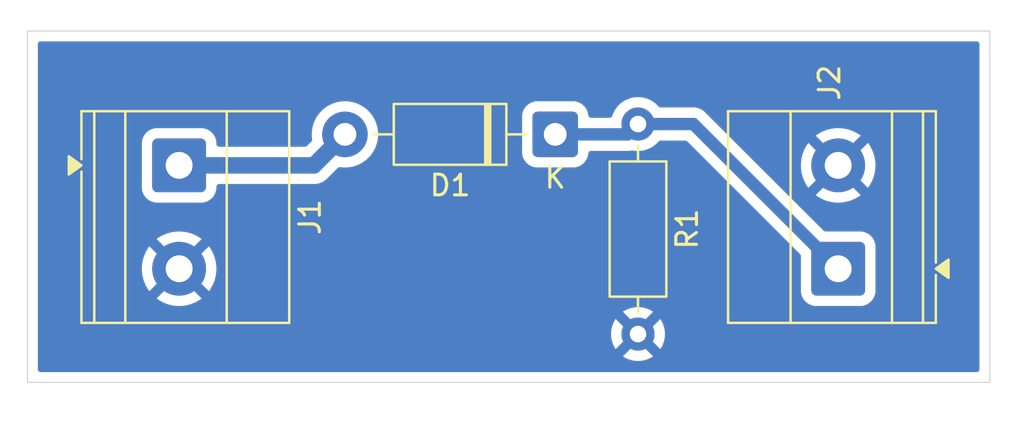
<source format=kicad_pcb>
(kicad_pcb (version 20241229) (generator "pcbnew") (generator_version "9.0")
  (layers (0 "F.Cu" signal) (2 "B.Cu" signal) (13 "F.Paste" user) (15 "B.Paste" user) (5 "F.SilkS" user "F.Silkscreen") (7 "B.SilkS" user "B.Silkscreen") (1 "F.Mask" user) (3 "B.Mask" user) (25 "Edge.Cuts" user))
  (net 0 "")
  (net 1 "Net-(D1-A)")
  (net 2 "GND")
  (net 3 "Net-(D1-K)")
  (footprint "TerminalBlock_Phoenix:TerminalBlock_Phoenix_MKDS-1,5-2_1x02_P5.00mm_Horizontal" (layer "F.Cu") (at 192.5775 149.5 -90)
    (property "Reference" "J1" (at 2.5 -6.32 90) (layer "F.SilkS"))
    (property "Value" "Input")
    (fp_line (start -2.62 4.72) (end -0.3 4.72) (stroke (width 0.12)) (layer "F.SilkS"))
    (fp_line (start 0.3 4.72) (end 7.62 4.72) (stroke (width 0.12)) (layer "F.SilkS"))
    (fp_line (start -2.62 4.1) (end 7.62 4.1) (stroke (width 0.12)) (layer "F.SilkS"))
    (fp_line (start -2.62 2.6) (end 7.62 2.6) (stroke (width 0.12)) (layer "F.SilkS"))
    (fp_line (start -2.62 -2.3) (end 7.62 -2.3) (stroke (width 0.12)) (layer "F.SilkS"))
    (fp_line (start -2.62 -5.32) (end -2.62 4.72) (stroke (width 0.12)) (layer "F.SilkS"))
    (fp_line (start -2.62 -5.32) (end 7.62 -5.32) (stroke (width 0.12)) (layer "F.SilkS"))
    (fp_line (start 7.62 -5.32) (end 7.62 4.72) (stroke (width 0.12)) (layer "F.SilkS"))
    (fp_poly (pts (xy 0 4.72) (xy 0.44 5.33) (xy -0.44 5.33)) (stroke (width 0.12)) (fill yes) (layer "F.SilkS"))
    (pad "1" thru_hole roundrect (at 0 0 270) (size 2.6 2.6) (drill 1.3) (layers "*.Cu" "*.Mask") (roundrect_rratio 0.096154) (net 1 "Net-(D1-A)"))
    (pad "2" thru_hole circle (at 5 0 270) (size 2.6 2.6) (drill 1.3) (layers "*.Cu" "*.Mask") (net 2 "GND"))
  )
  (footprint "TerminalBlock_Phoenix:TerminalBlock_Phoenix_MKDS-1,5-2_1x02_P5.00mm_Horizontal" (layer "F.Cu") (at 224.4225 154.5 90)
    (property "Reference" "J2" (at 9 -0.4225 90) (layer "F.SilkS"))
    (property "Value" "Output")
    (fp_line (start 7.62 -5.32) (end 7.62 4.72) (stroke (width 0.12)) (layer "F.SilkS"))
    (fp_line (start -2.62 -5.32) (end 7.62 -5.32) (stroke (width 0.12)) (layer "F.SilkS"))
    (fp_line (start -2.62 -5.32) (end -2.62 4.72) (stroke (width 0.12)) (layer "F.SilkS"))
    (fp_line (start -2.62 -2.3) (end 7.62 -2.3) (stroke (width 0.12)) (layer "F.SilkS"))
    (fp_line (start -2.62 2.6) (end 7.62 2.6) (stroke (width 0.12)) (layer "F.SilkS"))
    (fp_line (start -2.62 4.1) (end 7.62 4.1) (stroke (width 0.12)) (layer "F.SilkS"))
    (fp_line (start 0.3 4.72) (end 7.62 4.72) (stroke (width 0.12)) (layer "F.SilkS"))
    (fp_line (start -2.62 4.72) (end -0.3 4.72) (stroke (width 0.12)) (layer "F.SilkS"))
    (fp_poly (pts (xy 0 4.72) (xy 0.44 5.33) (xy -0.44 5.33)) (stroke (width 0.12)) (fill yes) (layer "F.SilkS"))
    (pad "1" thru_hole roundrect (at 0 0 90) (size 2.6 2.6) (drill 1.3) (layers "*.Cu" "*.Mask") (roundrect_rratio 0.096154) (net 3 "Net-(D1-K)"))
    (pad "2" thru_hole circle (at 5 0 90) (size 2.6 2.6) (drill 1.3) (layers "*.Cu" "*.Mask") (net 2 "GND"))
  )
  (footprint "Resistor_THT:R_Axial_DIN0207_L6.3mm_D2.5mm_P10.16mm_Horizontal" (layer "F.Cu") (at 214.75 147.5 -90)
    (property "Reference" "R1" (at 5.08 -2.37 90) (layer "F.SilkS"))
    (property "Value" "1.2K")
    (fp_line (start 1.04 0) (end 1.81 0) (stroke (width 0.12)) (layer "F.SilkS"))
    (fp_line (start 9.12 0) (end 8.35 0) (stroke (width 0.12)) (layer "F.SilkS"))
    (fp_rect (start 1.81 -1.37) (end 8.35 1.37) (stroke (width 0.12)) (fill no) (layer "F.SilkS"))
    (pad "1" thru_hole circle (at 0 0 270) (size 1.6 1.6) (drill 0.8) (layers "*.Cu" "*.Mask") (net 3 "Net-(D1-K)"))
    (pad "2" thru_hole circle (at 10.16 0 270) (size 1.6 1.6) (drill 0.8) (layers "*.Cu" "*.Mask") (net 2 "GND"))
  )
  (footprint "Diode_THT:D_DO-41_SOD81_P10.16mm_Horizontal" (layer "F.Cu") (at 210.75 148 180)
    (property "Reference" "D1" (at 5.08 -2.47 0) (layer "F.SilkS"))
    (property "Value" "1N4007")
    (fp_line (start 8.82 0) (end 7.8 0) (stroke (width 0.12)) (layer "F.SilkS"))
    (fp_line (start 3.38 -1.47) (end 3.38 1.47) (stroke (width 0.12)) (layer "F.SilkS"))
    (fp_line (start 3.26 -1.47) (end 3.26 1.47) (stroke (width 0.12)) (layer "F.SilkS"))
    (fp_line (start 3.14 -1.47) (end 3.14 1.47) (stroke (width 0.12)) (layer "F.SilkS"))
    (fp_line (start 1.34 0) (end 2.36 0) (stroke (width 0.12)) (layer "F.SilkS"))
    (fp_rect (start 2.36 -1.47) (end 7.8 1.47) (stroke (width 0.12)) (fill no) (layer "F.SilkS"))
    (fp_text user "K" (at 0 -2.1 0) (layer "F.SilkS"))
    (pad "1" thru_hole roundrect (at 0 0 180) (size 2.2 2.2) (drill 1.1) (layers "*.Cu" "*.Mask") (roundrect_rratio 0.113636) (net 3 "Net-(D1-K)"))
    (pad "2" thru_hole circle (at 10.16 0 180) (size 2.2 2.2) (drill 1.1) (layers "*.Cu" "*.Mask") (net 1 "Net-(D1-A)"))
  )
  (gr_rect (start 185.25 143) (end 231.75 160) (stroke (width 0.05)) (fill no) (layer "Edge.Cuts"))
  (segment (start 199.09 149.5) (end 200.59 148) (width 0.8) (layer "B.Cu") (net 1))
  (segment (start 192.5775 149.5) (end 192.25 149.5) (width 0.8) (layer "B.Cu") (net 1))
  (segment (start 192.5775 149.5) (end 199.09 149.5) (width 0.8) (layer "B.Cu") (net 1))
  (segment (start 210.75 148) (end 214.25 148) (width 0.6) (layer "B.Cu") (net 3))
  (segment (start 214.25 148) (end 214.75 147.5) (width 0.6) (layer "B.Cu") (net 3))
  (segment (start 217.4225 147.5) (end 224.4225 154.5) (width 0.6) (layer "B.Cu") (net 3))
  (segment (start 214.75 147.5) (end 217.4225 147.5) (width 0.6) (layer "B.Cu") (net 3))
  (zone (net 2) (net_name "GND") (layer "B.Cu") (connect_pads (clearance 0.5)) (min_thickness 0.25) (fill yes (thermal_gap 0.5) (thermal_bridge_width 0.5))
    (polygon (pts (xy 183.9225 141.5) (xy 183.9225 163) (xy 233.4225 163) (xy 233.4225 141.5)))
  )
)
</source>
